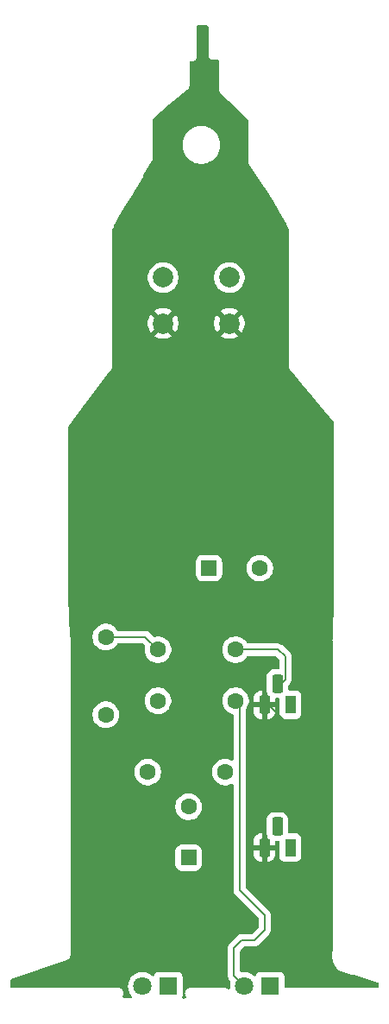
<source format=gbr>
%TF.GenerationSoftware,KiCad,Pcbnew,9.0.2*%
%TF.CreationDate,2025-07-02T03:30:09+03:00*%
%TF.ProjectId,solder submission,736f6c64-6572-4207-9375-626d69737369,rev?*%
%TF.SameCoordinates,Original*%
%TF.FileFunction,Copper,L2,Bot*%
%TF.FilePolarity,Positive*%
%FSLAX46Y46*%
G04 Gerber Fmt 4.6, Leading zero omitted, Abs format (unit mm)*
G04 Created by KiCad (PCBNEW 9.0.2) date 2025-07-02 03:30:09*
%MOMM*%
%LPD*%
G01*
G04 APERTURE LIST*
G04 Aperture macros list*
%AMRoundRect*
0 Rectangle with rounded corners*
0 $1 Rounding radius*
0 $2 $3 $4 $5 $6 $7 $8 $9 X,Y pos of 4 corners*
0 Add a 4 corners polygon primitive as box body*
4,1,4,$2,$3,$4,$5,$6,$7,$8,$9,$2,$3,0*
0 Add four circle primitives for the rounded corners*
1,1,$1+$1,$2,$3*
1,1,$1+$1,$4,$5*
1,1,$1+$1,$6,$7*
1,1,$1+$1,$8,$9*
0 Add four rect primitives between the rounded corners*
20,1,$1+$1,$2,$3,$4,$5,0*
20,1,$1+$1,$4,$5,$6,$7,0*
20,1,$1+$1,$6,$7,$8,$9,0*
20,1,$1+$1,$8,$9,$2,$3,0*%
G04 Aperture macros list end*
%TA.AperFunction,ComponentPad*%
%ADD10R,1.800000X1.800000*%
%TD*%
%TA.AperFunction,ComponentPad*%
%ADD11C,1.800000*%
%TD*%
%TA.AperFunction,ComponentPad*%
%ADD12C,2.000000*%
%TD*%
%TA.AperFunction,ComponentPad*%
%ADD13R,1.100000X1.800000*%
%TD*%
%TA.AperFunction,ComponentPad*%
%ADD14RoundRect,0.275000X0.275000X0.625000X-0.275000X0.625000X-0.275000X-0.625000X0.275000X-0.625000X0*%
%TD*%
%TA.AperFunction,ComponentPad*%
%ADD15C,1.600000*%
%TD*%
%TA.AperFunction,ComponentPad*%
%ADD16RoundRect,0.250000X0.550000X-0.550000X0.550000X0.550000X-0.550000X0.550000X-0.550000X-0.550000X0*%
%TD*%
%TA.AperFunction,ComponentPad*%
%ADD17RoundRect,0.250000X-0.550000X-0.550000X0.550000X-0.550000X0.550000X0.550000X-0.550000X0.550000X0*%
%TD*%
%TA.AperFunction,ViaPad*%
%ADD18C,0.600000*%
%TD*%
%TA.AperFunction,Conductor*%
%ADD19C,0.200000*%
%TD*%
G04 APERTURE END LIST*
D10*
%TO.P,D1,1,K*%
%TO.N,Net-(D1-K)*%
X119000000Y-150000000D03*
D11*
%TO.P,D1,2,A*%
%TO.N,Net-(D1-A)*%
X116460000Y-150000000D03*
%TD*%
D12*
%TO.P,SW1,1,1*%
%TO.N,GND*%
X125000000Y-85000000D03*
X118500000Y-85000000D03*
%TO.P,SW1,2,2*%
%TO.N,Net-(BT1--)*%
X125000000Y-80500000D03*
X118500000Y-80500000D03*
%TD*%
D10*
%TO.P,D2,1,K*%
%TO.N,Net-(D2-K)*%
X129000000Y-150000000D03*
D11*
%TO.P,D2,2,A*%
%TO.N,Net-(D2-A)*%
X126460000Y-150000000D03*
%TD*%
D13*
%TO.P,Q1,1,C*%
%TO.N,Net-(D1-K)*%
X131000000Y-136400000D03*
D14*
%TO.P,Q1,2,B*%
%TO.N,Net-(Q1-B)*%
X129730000Y-134330000D03*
%TO.P,Q1,3,E*%
%TO.N,GND*%
X128460000Y-136400000D03*
%TD*%
D15*
%TO.P,R1,1*%
%TO.N,+3V*%
X112870000Y-115750000D03*
%TO.P,R1,2*%
%TO.N,Net-(D1-A)*%
X112870000Y-123370000D03*
%TD*%
%TO.P,R4,1*%
%TO.N,+3V*%
X118000000Y-122000000D03*
%TO.P,R4,2*%
%TO.N,Net-(D2-A)*%
X125620000Y-122000000D03*
%TD*%
%TO.P,R3,1*%
%TO.N,+3V*%
X117000000Y-129000000D03*
%TO.P,R3,2*%
%TO.N,Net-(Q1-B)*%
X124620000Y-129000000D03*
%TD*%
D13*
%TO.P,Q2,1,C*%
%TO.N,Net-(D2-K)*%
X131000000Y-122400000D03*
D14*
%TO.P,Q2,2,B*%
%TO.N,Net-(Q2-B)*%
X129730000Y-120330000D03*
%TO.P,Q2,3,E*%
%TO.N,GND*%
X128460000Y-122400000D03*
%TD*%
D16*
%TO.P,C2,1*%
%TO.N,Net-(Q1-B)*%
X121000000Y-137402651D03*
D15*
%TO.P,C2,2*%
%TO.N,Net-(D2-K)*%
X121000000Y-132402651D03*
%TD*%
%TO.P,R2,1*%
%TO.N,+3V*%
X118000000Y-117000000D03*
%TO.P,R2,2*%
%TO.N,Net-(Q2-B)*%
X125620000Y-117000000D03*
%TD*%
D17*
%TO.P,C1,1*%
%TO.N,Net-(D1-K)*%
X123000000Y-109000000D03*
D15*
%TO.P,C1,2*%
%TO.N,Net-(Q2-B)*%
X128000000Y-109000000D03*
%TD*%
D18*
%TO.N,GND*%
X132000000Y-125000000D03*
%TD*%
D19*
%TO.N,+3V*%
X112870000Y-115750000D02*
X116750000Y-115750000D01*
X116750000Y-115750000D02*
X118000000Y-117000000D01*
%TO.N,Net-(Q2-B)*%
X130500000Y-119960000D02*
X129730000Y-120730000D01*
X125620000Y-117000000D02*
X129750000Y-117000000D01*
X130500000Y-117650000D02*
X130500000Y-119960000D01*
X129750000Y-117000000D02*
X130500000Y-117650000D01*
%TO.N,Net-(D2-A)*%
X125460000Y-146250000D02*
X126210000Y-145500000D01*
X128460000Y-143000000D02*
X126000000Y-140540000D01*
X126000000Y-122000000D02*
X125620000Y-122000000D01*
X127460000Y-145500000D02*
X128460000Y-144500000D01*
X128460000Y-144500000D02*
X128460000Y-143000000D01*
X126460000Y-150000000D02*
X125460000Y-149000000D01*
X126210000Y-145500000D02*
X127460000Y-145500000D01*
X125460000Y-149000000D02*
X125460000Y-146250000D01*
X126000000Y-140540000D02*
X126000000Y-122000000D01*
%TO.N,GND*%
X132000000Y-125000000D02*
X131460000Y-125000000D01*
X131460000Y-125000000D02*
X128460000Y-122000000D01*
X132000000Y-125000000D02*
X132000000Y-126557050D01*
X128460000Y-130097050D02*
X128460000Y-136000000D01*
X132000000Y-126557050D02*
X128460000Y-130097050D01*
%TD*%
%TA.AperFunction,Conductor*%
%TO.N,GND*%
G36*
X122882015Y-55788614D02*
G01*
X122927770Y-55841418D01*
X122938976Y-55892929D01*
X122938976Y-58736671D01*
X122973084Y-58863967D01*
X123006030Y-58921030D01*
X123038976Y-58978094D01*
X123132162Y-59071280D01*
X123246290Y-59137172D01*
X123373584Y-59171280D01*
X123505368Y-59171280D01*
X123888244Y-59171280D01*
X123955283Y-59190965D01*
X124001038Y-59243769D01*
X124012244Y-59295280D01*
X124012244Y-60300156D01*
X124012244Y-61997286D01*
X124011836Y-61998849D01*
X124012244Y-62063163D01*
X124012244Y-62127541D01*
X124012404Y-62128696D01*
X124012671Y-62130628D01*
X124029607Y-62192267D01*
X124029813Y-62193025D01*
X124046352Y-62254751D01*
X124047103Y-62256562D01*
X124047103Y-62256563D01*
X124047550Y-62257642D01*
X124079875Y-62312820D01*
X124080269Y-62313497D01*
X124112241Y-62368872D01*
X124112244Y-62368877D01*
X124112247Y-62368880D01*
X124113470Y-62370473D01*
X124113489Y-62370498D01*
X124114153Y-62371364D01*
X124114203Y-62371413D01*
X124159938Y-62416571D01*
X124205430Y-62462063D01*
X124206829Y-62462871D01*
X124917626Y-63164700D01*
X125588358Y-63826970D01*
X125588363Y-63826980D01*
X125588366Y-63826978D01*
X126837424Y-65060491D01*
X126871291Y-65121603D01*
X126874292Y-65148719D01*
X126874292Y-66948327D01*
X126874292Y-69092461D01*
X126870949Y-69109559D01*
X126874292Y-69158139D01*
X126874292Y-69206831D01*
X126875692Y-69212054D01*
X126878800Y-69223654D01*
X126879996Y-69241031D01*
X126895793Y-69287075D01*
X126896898Y-69291198D01*
X126908400Y-69334122D01*
X126911105Y-69338807D01*
X126917110Y-69349208D01*
X126922763Y-69365683D01*
X126949941Y-69406073D01*
X126952075Y-69409768D01*
X126952075Y-69409769D01*
X126974289Y-69448245D01*
X126974293Y-69448250D01*
X126978118Y-69452075D01*
X126993314Y-69470530D01*
X127483004Y-70198264D01*
X127484062Y-70199863D01*
X128146054Y-71217264D01*
X128147139Y-71218961D01*
X128711431Y-72117824D01*
X128712062Y-72118840D01*
X129288263Y-73056639D01*
X129289092Y-73058008D01*
X130152306Y-74504479D01*
X130153769Y-74506997D01*
X130564784Y-75233986D01*
X130567671Y-75239401D01*
X130688500Y-75480203D01*
X130691723Y-75487153D01*
X130772603Y-75676716D01*
X130841386Y-75837930D01*
X130862648Y-75887762D01*
X130872595Y-75936424D01*
X130872595Y-89243849D01*
X130872579Y-89245862D01*
X130872504Y-89250471D01*
X130869264Y-89286151D01*
X130871696Y-89300218D01*
X130871507Y-89311875D01*
X130871370Y-89312314D01*
X130871465Y-89313664D01*
X130870808Y-89335078D01*
X130871582Y-89342783D01*
X130872595Y-89350473D01*
X130887163Y-89404843D01*
X130888092Y-89408536D01*
X130900990Y-89463356D01*
X130904683Y-89470232D01*
X130906703Y-89477768D01*
X130935778Y-89528130D01*
X130936687Y-89529821D01*
X130936707Y-89529856D01*
X130937453Y-89531244D01*
X130963348Y-89579455D01*
X130968694Y-89585140D01*
X130972595Y-89591896D01*
X131013741Y-89633042D01*
X131015035Y-89634418D01*
X131053630Y-89675459D01*
X131057476Y-89678602D01*
X131059459Y-89679990D01*
X131065239Y-89684540D01*
X131065781Y-89685082D01*
X131066329Y-89685398D01*
X131072163Y-89689991D01*
X131072663Y-89690694D01*
X131090713Y-89708031D01*
X132135084Y-90961052D01*
X132622386Y-91545709D01*
X132624307Y-91548340D01*
X132669983Y-91602817D01*
X132670216Y-91603095D01*
X132715832Y-91657825D01*
X132718057Y-91660157D01*
X134333932Y-93587453D01*
X134827562Y-94176218D01*
X134827561Y-94176218D01*
X134834233Y-94184176D01*
X134835392Y-94186596D01*
X134876532Y-94234627D01*
X134876948Y-94235123D01*
X134918222Y-94284351D01*
X134926127Y-94292528D01*
X135253184Y-94674364D01*
X135281844Y-94738081D01*
X135283007Y-94755026D01*
X135283007Y-111687303D01*
X135282930Y-111691676D01*
X135133552Y-115924929D01*
X135132997Y-115940645D01*
X135130660Y-115949381D01*
X135130677Y-116006360D01*
X135130600Y-116008571D01*
X135128669Y-116063313D01*
X135129445Y-116071404D01*
X135129023Y-116071444D01*
X135130703Y-116086203D01*
X135139998Y-144940423D01*
X135140229Y-145658004D01*
X135135922Y-145690275D01*
X135140248Y-145723598D01*
X135140251Y-145731601D01*
X135140252Y-145731602D01*
X135140261Y-145757228D01*
X135140261Y-145757232D01*
X135146558Y-145780701D01*
X135149761Y-145796866D01*
X135165941Y-145921485D01*
X135166957Y-145935470D01*
X135169247Y-146078784D01*
X135169047Y-146088089D01*
X135159107Y-146256085D01*
X135158749Y-146260674D01*
X135147341Y-146378864D01*
X135147183Y-146379839D01*
X135140182Y-146453023D01*
X135140173Y-146453125D01*
X135133192Y-146525457D01*
X135133162Y-146526412D01*
X135125568Y-146605804D01*
X135120549Y-146630782D01*
X135120146Y-146632077D01*
X135118229Y-146680503D01*
X135117763Y-146687398D01*
X135113150Y-146735643D01*
X135113150Y-146735651D01*
X135113374Y-146736982D01*
X135114988Y-146762413D01*
X135108385Y-146929298D01*
X135107348Y-146955504D01*
X135101864Y-146985530D01*
X135104753Y-147021067D01*
X135104457Y-147028549D01*
X135103344Y-147056687D01*
X135103344Y-147056694D01*
X135108139Y-147077909D01*
X135110781Y-147095192D01*
X135123408Y-147250488D01*
X135124556Y-147264600D01*
X135123529Y-147303550D01*
X135129873Y-147330002D01*
X135130650Y-147339547D01*
X135130651Y-147339554D01*
X135132080Y-147357120D01*
X135132081Y-147357125D01*
X135142936Y-147387530D01*
X135146735Y-147400298D01*
X135183498Y-147553559D01*
X135183497Y-147553559D01*
X135184796Y-147558975D01*
X135191098Y-147601925D01*
X135200103Y-147622788D01*
X135202598Y-147633188D01*
X135205405Y-147644892D01*
X135205408Y-147644899D01*
X135223459Y-147678160D01*
X135228322Y-147688166D01*
X135286571Y-147823118D01*
X135286570Y-147823118D01*
X135289790Y-147830579D01*
X135298839Y-147862435D01*
X135315780Y-147890793D01*
X135319002Y-147898256D01*
X135319006Y-147898264D01*
X135328883Y-147921144D01*
X135328884Y-147921146D01*
X135333997Y-147927609D01*
X135344407Y-147940770D01*
X135353600Y-147954096D01*
X135361472Y-147967271D01*
X135370962Y-147986887D01*
X135374797Y-147996996D01*
X135374798Y-147996998D01*
X135397638Y-148028697D01*
X135403475Y-148037577D01*
X135423523Y-148071133D01*
X135431275Y-148078657D01*
X135445527Y-148095161D01*
X135449002Y-148099985D01*
X135460283Y-148119024D01*
X135464544Y-148127947D01*
X135464546Y-148127949D01*
X135490541Y-148158362D01*
X135493879Y-148162267D01*
X135520260Y-148198881D01*
X135536523Y-148212157D01*
X135543751Y-148220613D01*
X135543751Y-148220614D01*
X135543756Y-148220619D01*
X135550495Y-148228504D01*
X135563598Y-148247030D01*
X135567841Y-148254373D01*
X135567845Y-148254379D01*
X135597113Y-148283630D01*
X135603716Y-148290768D01*
X135630609Y-148322231D01*
X135630610Y-148322231D01*
X135630613Y-148322235D01*
X135637605Y-148327037D01*
X135655057Y-148341542D01*
X135699639Y-148386098D01*
X135702851Y-148389432D01*
X135739692Y-148429131D01*
X135739695Y-148429133D01*
X135739699Y-148429136D01*
X135747778Y-148434211D01*
X135754529Y-148440958D01*
X135803449Y-148469184D01*
X135838950Y-148491486D01*
X135851281Y-148499233D01*
X135858668Y-148502620D01*
X135858524Y-148502931D01*
X135861034Y-148504026D01*
X135861165Y-148503710D01*
X135868672Y-148506816D01*
X135868676Y-148506819D01*
X135921022Y-148520829D01*
X135925444Y-148522102D01*
X137043384Y-148866831D01*
X137046425Y-148868683D01*
X137106298Y-148886232D01*
X137165917Y-148904616D01*
X137165926Y-148904616D01*
X137166122Y-148904650D01*
X137180251Y-148907906D01*
X138332232Y-149245554D01*
X139574915Y-149611597D01*
X139596625Y-149625575D01*
X139620213Y-149636086D01*
X139625521Y-149644181D01*
X139633661Y-149649422D01*
X139644368Y-149672921D01*
X139658528Y-149694514D01*
X139660716Y-149708801D01*
X139662631Y-149713002D01*
X139663873Y-149729401D01*
X139664964Y-149847717D01*
X139664537Y-149859198D01*
X139647970Y-150057222D01*
X139622765Y-150122387D01*
X139566330Y-150163580D01*
X139524941Y-150170883D01*
X139429947Y-150171296D01*
X139403735Y-150167528D01*
X139403673Y-150167915D01*
X139387628Y-150165340D01*
X139387631Y-150165318D01*
X139380993Y-150164407D01*
X139380991Y-150164430D01*
X139372921Y-150163508D01*
X139321442Y-150164396D01*
X139319306Y-150164414D01*
X139319304Y-150164414D01*
X139302852Y-150163318D01*
X139294798Y-150162239D01*
X139237033Y-150162112D01*
X139233814Y-150162063D01*
X139176048Y-150160434D01*
X139167971Y-150161267D01*
X139167895Y-150160537D01*
X139154940Y-150161931D01*
X138146082Y-150159713D01*
X138137317Y-150159693D01*
X138136495Y-150159475D01*
X138071608Y-150159548D01*
X138071260Y-150159548D01*
X138071259Y-150159547D01*
X138000514Y-150159394D01*
X137996803Y-150159635D01*
X130629995Y-150168119D01*
X130629994Y-150168119D01*
X130617999Y-150168132D01*
X130600843Y-150164803D01*
X130552338Y-150168207D01*
X130548047Y-150168212D01*
X130548047Y-150168213D01*
X130524642Y-150168240D01*
X130457580Y-150148633D01*
X130411764Y-150095882D01*
X130400499Y-150044240D01*
X130400499Y-149052129D01*
X130400498Y-149052123D01*
X130398437Y-149032952D01*
X130394091Y-148992517D01*
X130379259Y-148952751D01*
X130343797Y-148857671D01*
X130343793Y-148857664D01*
X130257547Y-148742455D01*
X130257544Y-148742452D01*
X130142335Y-148656206D01*
X130142328Y-148656202D01*
X130007482Y-148605908D01*
X130007483Y-148605908D01*
X129947883Y-148599501D01*
X129947881Y-148599500D01*
X129947873Y-148599500D01*
X129947864Y-148599500D01*
X128052129Y-148599500D01*
X128052123Y-148599501D01*
X127992516Y-148605908D01*
X127857671Y-148656202D01*
X127857664Y-148656206D01*
X127742455Y-148742452D01*
X127742452Y-148742455D01*
X127656206Y-148857664D01*
X127656203Y-148857669D01*
X127626398Y-148937581D01*
X127584526Y-148993514D01*
X127519062Y-149017931D01*
X127450789Y-149003079D01*
X127422535Y-148981928D01*
X127372363Y-148931756D01*
X127372358Y-148931752D01*
X127194025Y-148802187D01*
X127194024Y-148802186D01*
X127194022Y-148802185D01*
X127122411Y-148765697D01*
X126997606Y-148702104D01*
X126997603Y-148702103D01*
X126787952Y-148633985D01*
X126659561Y-148613650D01*
X126570222Y-148599500D01*
X126349778Y-148599500D01*
X126285067Y-148609749D01*
X126203898Y-148622605D01*
X126134604Y-148613650D01*
X126081152Y-148568654D01*
X126060513Y-148501902D01*
X126060500Y-148500132D01*
X126060500Y-146550097D01*
X126080185Y-146483058D01*
X126096819Y-146462416D01*
X126422416Y-146136819D01*
X126483739Y-146103334D01*
X126510097Y-146100500D01*
X127373331Y-146100500D01*
X127373347Y-146100501D01*
X127380943Y-146100501D01*
X127539054Y-146100501D01*
X127539057Y-146100501D01*
X127691785Y-146059577D01*
X127763424Y-146018216D01*
X127828716Y-145980520D01*
X127940520Y-145868716D01*
X127940520Y-145868714D01*
X127950724Y-145858511D01*
X127950727Y-145858506D01*
X128940520Y-144868716D01*
X129019577Y-144731784D01*
X129060501Y-144579057D01*
X129060501Y-144420942D01*
X129060501Y-144413347D01*
X129060500Y-144413329D01*
X129060500Y-142920945D01*
X129060500Y-142920943D01*
X129019577Y-142768216D01*
X129019573Y-142768209D01*
X128940524Y-142631290D01*
X128940521Y-142631286D01*
X128940520Y-142631284D01*
X128828716Y-142519480D01*
X128828715Y-142519479D01*
X128824385Y-142515149D01*
X128824374Y-142515139D01*
X126636819Y-140327584D01*
X126603334Y-140266261D01*
X126600500Y-140239903D01*
X126600500Y-137068530D01*
X127410000Y-137068530D01*
X127424648Y-137198539D01*
X127482330Y-137363386D01*
X127575246Y-137511262D01*
X127698737Y-137634753D01*
X127846613Y-137727669D01*
X128011460Y-137785351D01*
X128141469Y-137799999D01*
X128141473Y-137800000D01*
X128210000Y-137800000D01*
X128710000Y-137800000D01*
X128778527Y-137800000D01*
X128778530Y-137799999D01*
X128908539Y-137785351D01*
X129073386Y-137727669D01*
X129221262Y-137634753D01*
X129344753Y-137511262D01*
X129437669Y-137363386D01*
X129495351Y-137198539D01*
X129509999Y-137068530D01*
X129510000Y-137068526D01*
X129510000Y-136650000D01*
X128710000Y-136650000D01*
X128710000Y-137800000D01*
X128210000Y-137800000D01*
X128210000Y-136650000D01*
X127410000Y-136650000D01*
X127410000Y-137068530D01*
X126600500Y-137068530D01*
X126600500Y-135731469D01*
X127410000Y-135731469D01*
X127410000Y-136150000D01*
X128113590Y-136150000D01*
X128159925Y-136230255D01*
X128229745Y-136300075D01*
X128315255Y-136349444D01*
X128410630Y-136375000D01*
X128509370Y-136375000D01*
X128604745Y-136349444D01*
X128690255Y-136300075D01*
X128760075Y-136230255D01*
X128806410Y-136150000D01*
X129510000Y-136150000D01*
X129510000Y-135854500D01*
X129512550Y-135845814D01*
X129511262Y-135836853D01*
X129522240Y-135812812D01*
X129529685Y-135787461D01*
X129536525Y-135781533D01*
X129540287Y-135773297D01*
X129562521Y-135759007D01*
X129582489Y-135741706D01*
X129593003Y-135739418D01*
X129599065Y-135735523D01*
X129634000Y-135730500D01*
X129825500Y-135730500D01*
X129892539Y-135750185D01*
X129938294Y-135802989D01*
X129949500Y-135854500D01*
X129949500Y-137347870D01*
X129949501Y-137347876D01*
X129955908Y-137407483D01*
X130006202Y-137542328D01*
X130006206Y-137542335D01*
X130092452Y-137657544D01*
X130092455Y-137657547D01*
X130207664Y-137743793D01*
X130207671Y-137743797D01*
X130342517Y-137794091D01*
X130342516Y-137794091D01*
X130349444Y-137794835D01*
X130402127Y-137800500D01*
X131597872Y-137800499D01*
X131657483Y-137794091D01*
X131792331Y-137743796D01*
X131907546Y-137657546D01*
X131993796Y-137542331D01*
X132044091Y-137407483D01*
X132050500Y-137347873D01*
X132050499Y-135452128D01*
X132044091Y-135392517D01*
X131993796Y-135257669D01*
X131993795Y-135257668D01*
X131993793Y-135257664D01*
X131907547Y-135142455D01*
X131907544Y-135142452D01*
X131792335Y-135056206D01*
X131792328Y-135056202D01*
X131657482Y-135005908D01*
X131657483Y-135005908D01*
X131597883Y-134999501D01*
X131597881Y-134999500D01*
X131597873Y-134999500D01*
X131597865Y-134999500D01*
X130904500Y-134999500D01*
X130837461Y-134979815D01*
X130791706Y-134927011D01*
X130780500Y-134875500D01*
X130780500Y-133661445D01*
X130780499Y-133661441D01*
X130765842Y-133531351D01*
X130765841Y-133531349D01*
X130765841Y-133531343D01*
X130708122Y-133366394D01*
X130615147Y-133218424D01*
X130491576Y-133094853D01*
X130343606Y-133001878D01*
X130343605Y-133001877D01*
X130343604Y-133001877D01*
X130178658Y-132944159D01*
X130178648Y-132944157D01*
X130048558Y-132929500D01*
X130048552Y-132929500D01*
X129411448Y-132929500D01*
X129411441Y-132929500D01*
X129281351Y-132944157D01*
X129281341Y-132944159D01*
X129116395Y-133001877D01*
X128968423Y-133094853D01*
X128844853Y-133218423D01*
X128751877Y-133366395D01*
X128694159Y-133531341D01*
X128694157Y-133531351D01*
X128679500Y-133661441D01*
X128679500Y-134998558D01*
X128694157Y-135128648D01*
X128694158Y-135128655D01*
X128694159Y-135128657D01*
X128703041Y-135154041D01*
X128710000Y-135194994D01*
X128710000Y-135719670D01*
X128690255Y-135699925D01*
X128604745Y-135650556D01*
X128509370Y-135625000D01*
X128410630Y-135625000D01*
X128315255Y-135650556D01*
X128229745Y-135699925D01*
X128210000Y-135719670D01*
X128210000Y-135000000D01*
X128141469Y-135000000D01*
X128011460Y-135014648D01*
X127846613Y-135072330D01*
X127698737Y-135165246D01*
X127575246Y-135288737D01*
X127482330Y-135436613D01*
X127424648Y-135601460D01*
X127410000Y-135731469D01*
X126600500Y-135731469D01*
X126600500Y-123068530D01*
X127410000Y-123068530D01*
X127424648Y-123198539D01*
X127482330Y-123363386D01*
X127575246Y-123511262D01*
X127698737Y-123634753D01*
X127846613Y-123727669D01*
X128011460Y-123785351D01*
X128141469Y-123799999D01*
X128141473Y-123800000D01*
X128210000Y-123800000D01*
X128710000Y-123800000D01*
X128778527Y-123800000D01*
X128778530Y-123799999D01*
X128908539Y-123785351D01*
X129073386Y-123727669D01*
X129221262Y-123634753D01*
X129344753Y-123511262D01*
X129437669Y-123363386D01*
X129495351Y-123198539D01*
X129509999Y-123068530D01*
X129510000Y-123068526D01*
X129510000Y-122650000D01*
X128710000Y-122650000D01*
X128710000Y-123800000D01*
X128210000Y-123800000D01*
X128210000Y-122650000D01*
X127410000Y-122650000D01*
X127410000Y-123068530D01*
X126600500Y-123068530D01*
X126600500Y-122903291D01*
X126620185Y-122836252D01*
X126624182Y-122830406D01*
X126675452Y-122759836D01*
X126732287Y-122681610D01*
X126825220Y-122499219D01*
X126888477Y-122304534D01*
X126920500Y-122102352D01*
X126920500Y-121897648D01*
X126902109Y-121781533D01*
X126896702Y-121747395D01*
X126888477Y-121695465D01*
X126825218Y-121500776D01*
X126791503Y-121434607D01*
X126732287Y-121318390D01*
X126710743Y-121288737D01*
X126611971Y-121152786D01*
X126467213Y-121008028D01*
X126301613Y-120887715D01*
X126301612Y-120887714D01*
X126301610Y-120887713D01*
X126244653Y-120858691D01*
X126119223Y-120794781D01*
X125924534Y-120731522D01*
X125749995Y-120703878D01*
X125722352Y-120699500D01*
X125517648Y-120699500D01*
X125493329Y-120703351D01*
X125315465Y-120731522D01*
X125120776Y-120794781D01*
X124938386Y-120887715D01*
X124772786Y-121008028D01*
X124628028Y-121152786D01*
X124507715Y-121318386D01*
X124414781Y-121500776D01*
X124351522Y-121695465D01*
X124319500Y-121897648D01*
X124319500Y-122102351D01*
X124351522Y-122304534D01*
X124414781Y-122499223D01*
X124507715Y-122681613D01*
X124628028Y-122847213D01*
X124772786Y-122991971D01*
X124878163Y-123068530D01*
X124938390Y-123112287D01*
X125120781Y-123205220D01*
X125313819Y-123267942D01*
X125371493Y-123307378D01*
X125398692Y-123371737D01*
X125399500Y-123385872D01*
X125399500Y-127735240D01*
X125379815Y-127802279D01*
X125327011Y-127848034D01*
X125257853Y-127857978D01*
X125219205Y-127845725D01*
X125119223Y-127794782D01*
X125119222Y-127794781D01*
X125119219Y-127794780D01*
X125039035Y-127768726D01*
X124924534Y-127731522D01*
X124749995Y-127703878D01*
X124722352Y-127699500D01*
X124517648Y-127699500D01*
X124493329Y-127703351D01*
X124315465Y-127731522D01*
X124120776Y-127794781D01*
X123938386Y-127887715D01*
X123772786Y-128008028D01*
X123628028Y-128152786D01*
X123507715Y-128318386D01*
X123414781Y-128500776D01*
X123351522Y-128695465D01*
X123319500Y-128897648D01*
X123319500Y-129102351D01*
X123351522Y-129304534D01*
X123414781Y-129499223D01*
X123507715Y-129681613D01*
X123628028Y-129847213D01*
X123772786Y-129991971D01*
X123927749Y-130104556D01*
X123938390Y-130112287D01*
X124047054Y-130167654D01*
X124120776Y-130205218D01*
X124120778Y-130205218D01*
X124120781Y-130205220D01*
X124180919Y-130224760D01*
X124315465Y-130268477D01*
X124416557Y-130284488D01*
X124517648Y-130300500D01*
X124517649Y-130300500D01*
X124722351Y-130300500D01*
X124722352Y-130300500D01*
X124924534Y-130268477D01*
X125119219Y-130205220D01*
X125119224Y-130205217D01*
X125119228Y-130205216D01*
X125219205Y-130154275D01*
X125287874Y-130141378D01*
X125352614Y-130167654D01*
X125392872Y-130224760D01*
X125399500Y-130264759D01*
X125399500Y-140453330D01*
X125399499Y-140453348D01*
X125399499Y-140619054D01*
X125399498Y-140619054D01*
X125440423Y-140771785D01*
X125469358Y-140821900D01*
X125469359Y-140821904D01*
X125469360Y-140821904D01*
X125519479Y-140908714D01*
X125519481Y-140908717D01*
X125638349Y-141027585D01*
X125638355Y-141027590D01*
X127823181Y-143212416D01*
X127856666Y-143273739D01*
X127859500Y-143300097D01*
X127859500Y-144199902D01*
X127839815Y-144266941D01*
X127823181Y-144287583D01*
X127247584Y-144863181D01*
X127186261Y-144896666D01*
X127159903Y-144899500D01*
X126289057Y-144899500D01*
X126130943Y-144899500D01*
X125978215Y-144940423D01*
X125978214Y-144940423D01*
X125978212Y-144940424D01*
X125978209Y-144940425D01*
X125928096Y-144969359D01*
X125928095Y-144969360D01*
X125884689Y-144994420D01*
X125841285Y-145019479D01*
X125841282Y-145019481D01*
X124979479Y-145881284D01*
X124960490Y-145914175D01*
X124952464Y-145928078D01*
X124900423Y-146018215D01*
X124859499Y-146170943D01*
X124859499Y-146170945D01*
X124859499Y-146339046D01*
X124859500Y-146339059D01*
X124859500Y-148913330D01*
X124859499Y-148913348D01*
X124859499Y-149079054D01*
X124859498Y-149079054D01*
X124900424Y-149231789D01*
X124900425Y-149231790D01*
X124919101Y-149264137D01*
X124919102Y-149264138D01*
X124979477Y-149368712D01*
X124979481Y-149368717D01*
X125086560Y-149475796D01*
X125120045Y-149537119D01*
X125116811Y-149601793D01*
X125093984Y-149672049D01*
X125065252Y-149853460D01*
X125059500Y-149889778D01*
X125059500Y-150110222D01*
X125061427Y-150122387D01*
X125066100Y-150151893D01*
X125063697Y-150170481D01*
X125066350Y-150189033D01*
X125059312Y-150204411D01*
X125057144Y-150221187D01*
X125045073Y-150235524D01*
X125037275Y-150252566D01*
X125023038Y-150261699D01*
X125012146Y-150274638D01*
X124994241Y-150280173D01*
X124978466Y-150290294D01*
X124961551Y-150290280D01*
X124945394Y-150295276D01*
X124927338Y-150290253D01*
X124908597Y-150290238D01*
X124886029Y-150278761D01*
X124878081Y-150276550D01*
X124876504Y-150275551D01*
X124868298Y-150270268D01*
X124866225Y-150268195D01*
X124855108Y-150261777D01*
X124852572Y-150260144D01*
X124851513Y-150258920D01*
X124839561Y-150250511D01*
X124832051Y-150244151D01*
X124795855Y-150227076D01*
X124786767Y-150222319D01*
X124752097Y-150202303D01*
X124752094Y-150202302D01*
X124752092Y-150202301D01*
X124752093Y-150202301D01*
X124742584Y-150199752D01*
X124742584Y-150199753D01*
X124731834Y-150196872D01*
X124712864Y-150187924D01*
X124668425Y-150179882D01*
X124663463Y-150178553D01*
X124663462Y-150178552D01*
X124624808Y-150168195D01*
X124624803Y-150168195D01*
X124614958Y-150168195D01*
X124592880Y-150166214D01*
X124583186Y-150164460D01*
X124543297Y-150167770D01*
X124533043Y-150168195D01*
X121508679Y-150168195D01*
X121392742Y-150168195D01*
X121171320Y-150168195D01*
X121123585Y-150164750D01*
X121105649Y-150168195D01*
X121087384Y-150168195D01*
X121045477Y-150179424D01*
X121036777Y-150181423D01*
X120994164Y-150189608D01*
X120988343Y-150192431D01*
X120966342Y-150200628D01*
X120960100Y-150202300D01*
X120960089Y-150202305D01*
X120922514Y-150223997D01*
X120922515Y-150223998D01*
X120918643Y-150226233D01*
X120875590Y-150247114D01*
X120861784Y-150259060D01*
X120851569Y-150264958D01*
X120851569Y-150264959D01*
X120845973Y-150268190D01*
X120845965Y-150268195D01*
X120815284Y-150298876D01*
X120808750Y-150304955D01*
X120775937Y-150333352D01*
X120775933Y-150333356D01*
X120772302Y-150338713D01*
X120765687Y-150348472D01*
X120752780Y-150361381D01*
X120728864Y-150402802D01*
X120726353Y-150406508D01*
X120726346Y-150406521D01*
X120702003Y-150442440D01*
X120700710Y-150446170D01*
X120699887Y-150448542D01*
X120690119Y-150469912D01*
X120686888Y-150475507D01*
X120675655Y-150517423D01*
X120675656Y-150517424D01*
X120674498Y-150521744D01*
X120658821Y-150566948D01*
X120657506Y-150585159D01*
X120654454Y-150596551D01*
X120654454Y-150596553D01*
X120652780Y-150602798D01*
X120652780Y-150646189D01*
X120652458Y-150655114D01*
X120649335Y-150698389D01*
X120650554Y-150704735D01*
X120650554Y-150704738D01*
X120652780Y-150716328D01*
X120652780Y-150734587D01*
X120665161Y-150780796D01*
X120666004Y-150785183D01*
X120666008Y-150785199D01*
X120674193Y-150827810D01*
X120682161Y-150844240D01*
X120686888Y-150861881D01*
X120710815Y-150903324D01*
X120712763Y-150907341D01*
X120712763Y-150907342D01*
X120724256Y-150931038D01*
X120729492Y-150941835D01*
X120731698Y-150946382D01*
X120731701Y-150946388D01*
X120735926Y-150951270D01*
X120740116Y-150956381D01*
X120745314Y-150963078D01*
X120752780Y-150976009D01*
X120764264Y-150987493D01*
X120769039Y-150993645D01*
X120779085Y-151019210D01*
X120792249Y-151043317D01*
X120791680Y-151051260D01*
X120794594Y-151058673D01*
X120789224Y-151085610D01*
X120787265Y-151113009D01*
X120782491Y-151119385D01*
X120780935Y-151127195D01*
X120761853Y-151146953D01*
X120745393Y-151168942D01*
X120737652Y-151172014D01*
X120732399Y-151177454D01*
X120711565Y-151182368D01*
X120685071Y-151192884D01*
X120513695Y-151212340D01*
X120488147Y-151212591D01*
X120484548Y-151212254D01*
X120419635Y-151186405D01*
X120379003Y-151129565D01*
X120375550Y-151059781D01*
X120379923Y-151045467D01*
X120394091Y-151007483D01*
X120400500Y-150947873D01*
X120400499Y-149052128D01*
X120394091Y-148992517D01*
X120379259Y-148952751D01*
X120343797Y-148857671D01*
X120343793Y-148857664D01*
X120257547Y-148742455D01*
X120257544Y-148742452D01*
X120142335Y-148656206D01*
X120142328Y-148656202D01*
X120007482Y-148605908D01*
X120007483Y-148605908D01*
X119947883Y-148599501D01*
X119947881Y-148599500D01*
X119947873Y-148599500D01*
X119947864Y-148599500D01*
X118052129Y-148599500D01*
X118052123Y-148599501D01*
X117992516Y-148605908D01*
X117857671Y-148656202D01*
X117857664Y-148656206D01*
X117742455Y-148742452D01*
X117742452Y-148742455D01*
X117656206Y-148857664D01*
X117656203Y-148857669D01*
X117626398Y-148937581D01*
X117584526Y-148993514D01*
X117519062Y-149017931D01*
X117450789Y-149003079D01*
X117422535Y-148981928D01*
X117372363Y-148931756D01*
X117372358Y-148931752D01*
X117194025Y-148802187D01*
X117194024Y-148802186D01*
X117194022Y-148802185D01*
X117122411Y-148765697D01*
X116997606Y-148702104D01*
X116997603Y-148702103D01*
X116787952Y-148633985D01*
X116659561Y-148613650D01*
X116570222Y-148599500D01*
X116349778Y-148599500D01*
X116277201Y-148610995D01*
X116132047Y-148633985D01*
X115922396Y-148702103D01*
X115922393Y-148702104D01*
X115725974Y-148802187D01*
X115547641Y-148931752D01*
X115547636Y-148931756D01*
X115391756Y-149087636D01*
X115391752Y-149087641D01*
X115262187Y-149265974D01*
X115162104Y-149462393D01*
X115162103Y-149462396D01*
X115093985Y-149672047D01*
X115065252Y-149853460D01*
X115059500Y-149889778D01*
X115059500Y-150110222D01*
X115072074Y-150189608D01*
X115093985Y-150327952D01*
X115162103Y-150537603D01*
X115162104Y-150537606D01*
X115208539Y-150628737D01*
X115251785Y-150713612D01*
X115262187Y-150734025D01*
X115391752Y-150912358D01*
X115391756Y-150912363D01*
X115441416Y-150962023D01*
X115474901Y-151023346D01*
X115469917Y-151093038D01*
X115428045Y-151148971D01*
X115362581Y-151173388D01*
X115352905Y-151173701D01*
X115039830Y-151171605D01*
X115034301Y-151171445D01*
X114646079Y-151151510D01*
X114619594Y-151142233D01*
X114592219Y-151136069D01*
X114587065Y-151130839D01*
X114580137Y-151128413D01*
X114562871Y-151106290D01*
X114543175Y-151086304D01*
X114541667Y-151079119D01*
X114537150Y-151073332D01*
X114534586Y-151045386D01*
X114528822Y-151017925D01*
X114531127Y-151007685D01*
X114530767Y-151003755D01*
X114536575Y-150983493D01*
X114537307Y-150981571D01*
X114537311Y-150981567D01*
X114547913Y-150953761D01*
X114553779Y-150940703D01*
X114567510Y-150914326D01*
X114573841Y-150885764D01*
X114584264Y-150858431D01*
X114588040Y-150821709D01*
X114596031Y-150785665D01*
X114595661Y-150777201D01*
X114599769Y-150739691D01*
X114601139Y-150734581D01*
X114601139Y-150700717D01*
X114601790Y-150688029D01*
X114605175Y-150655114D01*
X114605254Y-150654350D01*
X114603567Y-150643855D01*
X114602709Y-150638507D01*
X114601139Y-150618839D01*
X114601139Y-150602799D01*
X114601139Y-150602798D01*
X114601139Y-150602797D01*
X114590729Y-150563947D01*
X114584349Y-150524235D01*
X114573745Y-150500560D01*
X114567031Y-150475503D01*
X114551465Y-150448542D01*
X114550096Y-150446170D01*
X114550096Y-150446171D01*
X114546917Y-150440665D01*
X114530479Y-150403964D01*
X114514110Y-150383842D01*
X114509159Y-150375266D01*
X114501141Y-150361378D01*
X114501137Y-150361373D01*
X114477201Y-150337437D01*
X114468690Y-150328007D01*
X114468644Y-150327951D01*
X114447317Y-150301733D01*
X114447315Y-150301731D01*
X114434312Y-150292328D01*
X114434312Y-150292327D01*
X114426289Y-150286525D01*
X114407953Y-150268189D01*
X114373124Y-150248080D01*
X114367972Y-150244354D01*
X114367967Y-150244351D01*
X114340529Y-150224510D01*
X114340527Y-150224509D01*
X114331815Y-150221187D01*
X114325535Y-150218792D01*
X114307723Y-150210320D01*
X114293826Y-150202297D01*
X114261116Y-150193531D01*
X114261116Y-150193532D01*
X114254972Y-150191885D01*
X114217393Y-150177557D01*
X114191589Y-150174902D01*
X114182027Y-150172340D01*
X114166533Y-150168189D01*
X114166531Y-150168189D01*
X114126309Y-150168189D01*
X114086300Y-150164074D01*
X114060688Y-150168189D01*
X103624500Y-150168189D01*
X103557461Y-150148504D01*
X103511706Y-150095700D01*
X103500500Y-150044189D01*
X103500500Y-149443684D01*
X103520185Y-149376645D01*
X103572989Y-149330890D01*
X103583678Y-149326596D01*
X109048708Y-147421857D01*
X109094568Y-147409570D01*
X109110717Y-147400245D01*
X109121774Y-147396392D01*
X109128325Y-147394109D01*
X109163806Y-147369981D01*
X109171515Y-147365144D01*
X109208696Y-147343678D01*
X109213604Y-147338770D01*
X109221883Y-147330490D01*
X109237302Y-147320007D01*
X109268313Y-147284060D01*
X109301882Y-147250492D01*
X109311206Y-147234342D01*
X109323386Y-147220224D01*
X109344035Y-147177480D01*
X109367774Y-147136364D01*
X109369570Y-147129660D01*
X109377694Y-147107807D01*
X109380712Y-147101561D01*
X109389596Y-147054920D01*
X109401882Y-147009070D01*
X109401882Y-146990426D01*
X109402815Y-146985530D01*
X109404073Y-146978927D01*
X109404073Y-146978926D01*
X109405372Y-146972109D01*
X109402217Y-146929298D01*
X109401882Y-146920184D01*
X109401882Y-136802634D01*
X119699500Y-136802634D01*
X119699500Y-138002652D01*
X119699501Y-138002669D01*
X119710000Y-138105447D01*
X119710001Y-138105450D01*
X119765185Y-138271982D01*
X119765186Y-138271985D01*
X119857288Y-138421307D01*
X119981344Y-138545363D01*
X120130666Y-138637465D01*
X120297203Y-138692650D01*
X120399991Y-138703151D01*
X121600008Y-138703150D01*
X121702797Y-138692650D01*
X121869334Y-138637465D01*
X122018656Y-138545363D01*
X122142712Y-138421307D01*
X122234814Y-138271985D01*
X122289999Y-138105448D01*
X122300500Y-138002660D01*
X122300499Y-136802643D01*
X122289999Y-136699854D01*
X122234814Y-136533317D01*
X122142712Y-136383995D01*
X122018656Y-136259939D01*
X121869334Y-136167837D01*
X121702797Y-136112652D01*
X121702795Y-136112651D01*
X121600010Y-136102151D01*
X120399998Y-136102151D01*
X120399981Y-136102152D01*
X120297203Y-136112651D01*
X120297200Y-136112652D01*
X120130668Y-136167836D01*
X120130663Y-136167838D01*
X119981342Y-136259940D01*
X119857289Y-136383993D01*
X119765187Y-136533314D01*
X119765186Y-136533317D01*
X119710001Y-136699854D01*
X119710001Y-136699855D01*
X119710000Y-136699855D01*
X119699500Y-136802634D01*
X109401882Y-136802634D01*
X109401882Y-132300299D01*
X119699500Y-132300299D01*
X119699500Y-132505002D01*
X119731522Y-132707185D01*
X119794781Y-132901874D01*
X119887715Y-133084264D01*
X120008028Y-133249864D01*
X120152786Y-133394622D01*
X120307749Y-133507207D01*
X120318390Y-133514938D01*
X120434607Y-133574154D01*
X120500776Y-133607869D01*
X120500778Y-133607869D01*
X120500781Y-133607871D01*
X120605137Y-133641778D01*
X120695465Y-133671128D01*
X120796557Y-133687139D01*
X120897648Y-133703151D01*
X120897649Y-133703151D01*
X121102351Y-133703151D01*
X121102352Y-133703151D01*
X121304534Y-133671128D01*
X121499219Y-133607871D01*
X121681610Y-133514938D01*
X121774590Y-133447383D01*
X121847213Y-133394622D01*
X121847215Y-133394619D01*
X121847219Y-133394617D01*
X121991966Y-133249870D01*
X121991968Y-133249866D01*
X121991971Y-133249864D01*
X122044732Y-133177241D01*
X122112287Y-133084261D01*
X122205220Y-132901870D01*
X122268477Y-132707185D01*
X122300500Y-132505003D01*
X122300500Y-132300299D01*
X122268477Y-132098117D01*
X122205220Y-131903432D01*
X122205218Y-131903429D01*
X122205218Y-131903427D01*
X122171503Y-131837258D01*
X122112287Y-131721041D01*
X122104556Y-131710400D01*
X121991971Y-131555437D01*
X121847213Y-131410679D01*
X121681613Y-131290366D01*
X121681612Y-131290365D01*
X121681610Y-131290364D01*
X121624653Y-131261342D01*
X121499223Y-131197432D01*
X121304534Y-131134173D01*
X121129995Y-131106529D01*
X121102352Y-131102151D01*
X120897648Y-131102151D01*
X120873329Y-131106002D01*
X120695465Y-131134173D01*
X120500776Y-131197432D01*
X120318386Y-131290366D01*
X120152786Y-131410679D01*
X120008028Y-131555437D01*
X119887715Y-131721037D01*
X119794781Y-131903427D01*
X119731522Y-132098116D01*
X119699500Y-132300299D01*
X109401882Y-132300299D01*
X109401882Y-131508389D01*
X109401896Y-131508178D01*
X109401896Y-128897648D01*
X115699500Y-128897648D01*
X115699500Y-129102351D01*
X115731522Y-129304534D01*
X115794781Y-129499223D01*
X115887715Y-129681613D01*
X116008028Y-129847213D01*
X116152786Y-129991971D01*
X116307749Y-130104556D01*
X116318390Y-130112287D01*
X116427054Y-130167654D01*
X116500776Y-130205218D01*
X116500778Y-130205218D01*
X116500781Y-130205220D01*
X116560919Y-130224760D01*
X116695465Y-130268477D01*
X116796557Y-130284488D01*
X116897648Y-130300500D01*
X116897649Y-130300500D01*
X117102351Y-130300500D01*
X117102352Y-130300500D01*
X117304534Y-130268477D01*
X117499219Y-130205220D01*
X117681610Y-130112287D01*
X117774590Y-130044732D01*
X117847213Y-129991971D01*
X117847215Y-129991968D01*
X117847219Y-129991966D01*
X117991966Y-129847219D01*
X117991968Y-129847215D01*
X117991971Y-129847213D01*
X118044732Y-129774590D01*
X118112287Y-129681610D01*
X118205220Y-129499219D01*
X118268477Y-129304534D01*
X118300500Y-129102352D01*
X118300500Y-128897648D01*
X118268477Y-128695466D01*
X118205220Y-128500781D01*
X118205218Y-128500778D01*
X118205218Y-128500776D01*
X118171503Y-128434607D01*
X118112287Y-128318390D01*
X118104556Y-128307749D01*
X117991971Y-128152786D01*
X117847213Y-128008028D01*
X117681613Y-127887715D01*
X117681612Y-127887714D01*
X117681610Y-127887713D01*
X117599204Y-127845725D01*
X117499223Y-127794781D01*
X117304534Y-127731522D01*
X117129995Y-127703878D01*
X117102352Y-127699500D01*
X116897648Y-127699500D01*
X116873329Y-127703351D01*
X116695465Y-127731522D01*
X116500776Y-127794781D01*
X116318386Y-127887715D01*
X116152786Y-128008028D01*
X116008028Y-128152786D01*
X115887715Y-128318386D01*
X115794781Y-128500776D01*
X115731522Y-128695465D01*
X115699500Y-128897648D01*
X109401896Y-128897648D01*
X109401896Y-123267648D01*
X111569500Y-123267648D01*
X111569500Y-123472351D01*
X111601522Y-123674534D01*
X111664781Y-123869223D01*
X111757715Y-124051613D01*
X111878028Y-124217213D01*
X112022786Y-124361971D01*
X112177749Y-124474556D01*
X112188390Y-124482287D01*
X112304607Y-124541503D01*
X112370776Y-124575218D01*
X112370778Y-124575218D01*
X112370781Y-124575220D01*
X112475137Y-124609127D01*
X112565465Y-124638477D01*
X112666557Y-124654488D01*
X112767648Y-124670500D01*
X112767649Y-124670500D01*
X112972351Y-124670500D01*
X112972352Y-124670500D01*
X113174534Y-124638477D01*
X113369219Y-124575220D01*
X113551610Y-124482287D01*
X113644590Y-124414732D01*
X113717213Y-124361971D01*
X113717215Y-124361968D01*
X113717219Y-124361966D01*
X113861966Y-124217219D01*
X113861968Y-124217215D01*
X113861971Y-124217213D01*
X113914732Y-124144590D01*
X113982287Y-124051610D01*
X114075220Y-123869219D01*
X114138477Y-123674534D01*
X114170500Y-123472352D01*
X114170500Y-123267648D01*
X114138477Y-123065466D01*
X114075220Y-122870781D01*
X114075218Y-122870778D01*
X114075218Y-122870776D01*
X114041503Y-122804607D01*
X113982287Y-122688390D01*
X113974556Y-122677749D01*
X113861971Y-122522786D01*
X113717213Y-122378028D01*
X113551613Y-122257715D01*
X113551612Y-122257714D01*
X113551610Y-122257713D01*
X113494653Y-122228691D01*
X113369223Y-122164781D01*
X113174534Y-122101522D01*
X112999995Y-122073878D01*
X112972352Y-122069500D01*
X112767648Y-122069500D01*
X112743329Y-122073351D01*
X112565465Y-122101522D01*
X112370776Y-122164781D01*
X112188386Y-122257715D01*
X112022786Y-122378028D01*
X111878028Y-122522786D01*
X111757715Y-122688386D01*
X111664781Y-122870776D01*
X111601522Y-123065465D01*
X111569500Y-123267648D01*
X109401896Y-123267648D01*
X109401896Y-121897648D01*
X116699500Y-121897648D01*
X116699500Y-122102351D01*
X116731522Y-122304534D01*
X116794781Y-122499223D01*
X116887715Y-122681613D01*
X117008028Y-122847213D01*
X117152786Y-122991971D01*
X117258163Y-123068530D01*
X117318390Y-123112287D01*
X117434607Y-123171503D01*
X117500776Y-123205218D01*
X117500778Y-123205218D01*
X117500781Y-123205220D01*
X117605137Y-123239127D01*
X117695465Y-123268477D01*
X117779494Y-123281786D01*
X117897648Y-123300500D01*
X117897649Y-123300500D01*
X118102351Y-123300500D01*
X118102352Y-123300500D01*
X118304534Y-123268477D01*
X118499219Y-123205220D01*
X118681610Y-123112287D01*
X118774590Y-123044732D01*
X118847213Y-122991971D01*
X118847215Y-122991968D01*
X118847219Y-122991966D01*
X118991966Y-122847219D01*
X118991968Y-122847215D01*
X118991971Y-122847213D01*
X119044732Y-122774590D01*
X119112287Y-122681610D01*
X119205220Y-122499219D01*
X119268477Y-122304534D01*
X119300500Y-122102352D01*
X119300500Y-121897648D01*
X119282109Y-121781533D01*
X119268477Y-121695465D01*
X119205218Y-121500776D01*
X119171503Y-121434607D01*
X119112287Y-121318390D01*
X119090743Y-121288737D01*
X118991971Y-121152786D01*
X118847213Y-121008028D01*
X118681613Y-120887715D01*
X118681612Y-120887714D01*
X118681610Y-120887713D01*
X118624653Y-120858691D01*
X118499223Y-120794781D01*
X118304534Y-120731522D01*
X118129995Y-120703878D01*
X118102352Y-120699500D01*
X117897648Y-120699500D01*
X117873329Y-120703351D01*
X117695465Y-120731522D01*
X117500776Y-120794781D01*
X117318386Y-120887715D01*
X117152786Y-121008028D01*
X117008028Y-121152786D01*
X116887715Y-121318386D01*
X116794781Y-121500776D01*
X116731522Y-121695465D01*
X116699500Y-121897648D01*
X109401896Y-121897648D01*
X109401896Y-116069897D01*
X109404298Y-116059057D01*
X109401896Y-116004173D01*
X109401896Y-115949220D01*
X109401895Y-115949219D01*
X109400835Y-115941163D01*
X109400925Y-115941151D01*
X109398427Y-115924929D01*
X109396798Y-115887715D01*
X109386291Y-115647648D01*
X111569500Y-115647648D01*
X111569500Y-115852351D01*
X111601522Y-116054534D01*
X111664781Y-116249223D01*
X111716385Y-116350500D01*
X111756704Y-116429630D01*
X111757715Y-116431613D01*
X111878028Y-116597213D01*
X112022786Y-116741971D01*
X112177749Y-116854556D01*
X112188390Y-116862287D01*
X112304607Y-116921503D01*
X112370776Y-116955218D01*
X112370778Y-116955218D01*
X112370781Y-116955220D01*
X112475137Y-116989127D01*
X112565465Y-117018477D01*
X112666557Y-117034488D01*
X112767648Y-117050500D01*
X112767649Y-117050500D01*
X112972351Y-117050500D01*
X112972352Y-117050500D01*
X113174534Y-117018477D01*
X113369219Y-116955220D01*
X113551610Y-116862287D01*
X113644590Y-116794732D01*
X113717213Y-116741971D01*
X113717215Y-116741968D01*
X113717219Y-116741966D01*
X113861966Y-116597219D01*
X113861968Y-116597215D01*
X113861971Y-116597213D01*
X113982284Y-116431614D01*
X113982285Y-116431613D01*
X113982287Y-116431610D01*
X113989117Y-116418204D01*
X114037091Y-116367409D01*
X114099602Y-116350500D01*
X116449903Y-116350500D01*
X116479343Y-116359144D01*
X116509330Y-116365668D01*
X116514345Y-116369422D01*
X116516942Y-116370185D01*
X116537584Y-116386819D01*
X116705922Y-116555157D01*
X116739407Y-116616480D01*
X116736173Y-116681155D01*
X116731522Y-116695468D01*
X116699500Y-116897648D01*
X116699500Y-117102351D01*
X116731522Y-117304534D01*
X116794781Y-117499223D01*
X116887715Y-117681613D01*
X117008028Y-117847213D01*
X117152786Y-117991971D01*
X117307749Y-118104556D01*
X117318390Y-118112287D01*
X117434607Y-118171503D01*
X117500776Y-118205218D01*
X117500778Y-118205218D01*
X117500781Y-118205220D01*
X117605137Y-118239127D01*
X117695465Y-118268477D01*
X117796557Y-118284488D01*
X117897648Y-118300500D01*
X117897649Y-118300500D01*
X118102351Y-118300500D01*
X118102352Y-118300500D01*
X118304534Y-118268477D01*
X118499219Y-118205220D01*
X118681610Y-118112287D01*
X118774590Y-118044732D01*
X118847213Y-117991971D01*
X118847215Y-117991968D01*
X118847219Y-117991966D01*
X118991966Y-117847219D01*
X118991968Y-117847215D01*
X118991971Y-117847213D01*
X119044732Y-117774590D01*
X119112287Y-117681610D01*
X119205220Y-117499219D01*
X119268477Y-117304534D01*
X119300500Y-117102352D01*
X119300500Y-116897648D01*
X124319500Y-116897648D01*
X124319500Y-117102351D01*
X124351522Y-117304534D01*
X124414781Y-117499223D01*
X124507715Y-117681613D01*
X124628028Y-117847213D01*
X124772786Y-117991971D01*
X124927749Y-118104556D01*
X124938390Y-118112287D01*
X125054607Y-118171503D01*
X125120776Y-118205218D01*
X125120778Y-118205218D01*
X125120781Y-118205220D01*
X125225137Y-118239127D01*
X125315465Y-118268477D01*
X125416557Y-118284488D01*
X125517648Y-118300500D01*
X125517649Y-118300500D01*
X125722351Y-118300500D01*
X125722352Y-118300500D01*
X125924534Y-118268477D01*
X126119219Y-118205220D01*
X126301610Y-118112287D01*
X126394590Y-118044732D01*
X126467213Y-117991971D01*
X126467215Y-117991968D01*
X126467219Y-117991966D01*
X126611966Y-117847219D01*
X126611968Y-117847215D01*
X126611971Y-117847213D01*
X126732284Y-117681614D01*
X126732285Y-117681613D01*
X126732287Y-117681610D01*
X126739117Y-117668204D01*
X126787091Y-117617409D01*
X126849602Y-117600500D01*
X129479739Y-117600500D01*
X129546778Y-117620185D01*
X129560950Y-117630795D01*
X129856711Y-117887121D01*
X129894480Y-117945902D01*
X129899500Y-117980826D01*
X129899500Y-118805500D01*
X129879815Y-118872539D01*
X129827011Y-118918294D01*
X129775500Y-118929500D01*
X129411441Y-118929500D01*
X129281351Y-118944157D01*
X129281341Y-118944159D01*
X129116395Y-119001877D01*
X128968423Y-119094853D01*
X128844853Y-119218423D01*
X128751877Y-119366395D01*
X128694159Y-119531341D01*
X128694157Y-119531351D01*
X128679500Y-119661441D01*
X128679500Y-120998558D01*
X128694157Y-121128648D01*
X128694158Y-121128655D01*
X128694159Y-121128657D01*
X128703041Y-121154041D01*
X128710000Y-121194994D01*
X128710000Y-121719670D01*
X128690255Y-121699925D01*
X128604745Y-121650556D01*
X128509370Y-121625000D01*
X128410630Y-121625000D01*
X128315255Y-121650556D01*
X128229745Y-121699925D01*
X128210000Y-121719670D01*
X128210000Y-121000000D01*
X128141469Y-121000000D01*
X128011460Y-121014648D01*
X127846613Y-121072330D01*
X127698737Y-121165246D01*
X127575246Y-121288737D01*
X127482330Y-121436613D01*
X127424648Y-121601460D01*
X127410000Y-121731469D01*
X127410000Y-122150000D01*
X128113590Y-122150000D01*
X128159925Y-122230255D01*
X128229745Y-122300075D01*
X128315255Y-122349444D01*
X128410630Y-122375000D01*
X128509370Y-122375000D01*
X128604745Y-122349444D01*
X128690255Y-122300075D01*
X128760075Y-122230255D01*
X128806410Y-122150000D01*
X129510000Y-122150000D01*
X129510000Y-121854500D01*
X129512550Y-121845814D01*
X129511262Y-121836853D01*
X129522240Y-121812812D01*
X129529685Y-121787461D01*
X129536525Y-121781533D01*
X129540287Y-121773297D01*
X129562521Y-121759007D01*
X129582489Y-121741706D01*
X129593003Y-121739418D01*
X129599065Y-121735523D01*
X129634000Y-121730500D01*
X129825500Y-121730500D01*
X129892539Y-121750185D01*
X129938294Y-121802989D01*
X129949500Y-121854500D01*
X129949500Y-123347870D01*
X129949501Y-123347876D01*
X129955908Y-123407483D01*
X130006202Y-123542328D01*
X130006206Y-123542335D01*
X130092452Y-123657544D01*
X130092455Y-123657547D01*
X130207664Y-123743793D01*
X130207671Y-123743797D01*
X130342517Y-123794091D01*
X130342516Y-123794091D01*
X130349444Y-123794835D01*
X130402127Y-123800500D01*
X131597872Y-123800499D01*
X131657483Y-123794091D01*
X131792331Y-123743796D01*
X131907546Y-123657546D01*
X131993796Y-123542331D01*
X132044091Y-123407483D01*
X132050500Y-123347873D01*
X132050499Y-121452128D01*
X132044091Y-121392517D01*
X132016443Y-121318390D01*
X131993797Y-121257671D01*
X131993793Y-121257664D01*
X131907547Y-121142455D01*
X131907544Y-121142452D01*
X131792335Y-121056206D01*
X131792328Y-121056202D01*
X131657482Y-121005908D01*
X131657483Y-121005908D01*
X131597883Y-120999501D01*
X131597881Y-120999500D01*
X131597873Y-120999500D01*
X131597865Y-120999500D01*
X130904500Y-120999500D01*
X130837461Y-120979815D01*
X130791706Y-120927011D01*
X130780500Y-120875500D01*
X130780500Y-120580097D01*
X130789143Y-120550659D01*
X130795667Y-120520671D01*
X130799422Y-120515654D01*
X130800185Y-120513058D01*
X130816818Y-120492417D01*
X130858503Y-120450731D01*
X130858508Y-120450727D01*
X130868714Y-120440520D01*
X130868716Y-120440520D01*
X130980520Y-120328716D01*
X131059577Y-120191784D01*
X131100500Y-120039057D01*
X131100500Y-117707371D01*
X131104607Y-117686073D01*
X131100500Y-117628573D01*
X131100500Y-117570943D01*
X131097954Y-117561441D01*
X131094043Y-117538178D01*
X131093342Y-117528360D01*
X131075939Y-117478061D01*
X131075939Y-117478060D01*
X131074490Y-117473873D01*
X131059577Y-117418216D01*
X131048734Y-117399436D01*
X131044860Y-117388239D01*
X131044858Y-117388235D01*
X131041640Y-117378934D01*
X131041639Y-117378932D01*
X131011815Y-117334861D01*
X131009338Y-117331200D01*
X130980520Y-117281284D01*
X130965182Y-117265946D01*
X130958542Y-117256133D01*
X130953033Y-117247991D01*
X130953031Y-117247989D01*
X130953029Y-117247986D01*
X130912821Y-117213139D01*
X130906350Y-117207114D01*
X130868719Y-117169482D01*
X130860186Y-117164555D01*
X130840981Y-117150877D01*
X130162817Y-116563136D01*
X130159479Y-116560243D01*
X130118716Y-116519480D01*
X130099929Y-116508633D01*
X130083543Y-116494432D01*
X130083541Y-116494430D01*
X130035678Y-116471175D01*
X130031704Y-116469244D01*
X129981784Y-116440423D01*
X129960835Y-116434809D01*
X129954251Y-116431610D01*
X129950178Y-116429631D01*
X129950177Y-116429630D01*
X129941325Y-116425330D01*
X129889065Y-116415251D01*
X129889065Y-116415252D01*
X129884717Y-116414413D01*
X129829057Y-116399500D01*
X129807373Y-116399500D01*
X129795741Y-116397257D01*
X129795740Y-116397257D01*
X129786073Y-116395392D01*
X129732984Y-116399185D01*
X129724150Y-116399500D01*
X126849602Y-116399500D01*
X126782563Y-116379815D01*
X126739117Y-116331795D01*
X126732284Y-116318385D01*
X126611971Y-116152786D01*
X126467213Y-116008028D01*
X126301613Y-115887715D01*
X126301612Y-115887714D01*
X126301610Y-115887713D01*
X126232208Y-115852351D01*
X126119223Y-115794781D01*
X125924534Y-115731522D01*
X125749995Y-115703878D01*
X125722352Y-115699500D01*
X125517648Y-115699500D01*
X125493329Y-115703351D01*
X125315465Y-115731522D01*
X125120776Y-115794781D01*
X124938386Y-115887715D01*
X124772786Y-116008028D01*
X124628028Y-116152786D01*
X124507715Y-116318386D01*
X124414781Y-116500776D01*
X124351522Y-116695465D01*
X124319500Y-116897648D01*
X119300500Y-116897648D01*
X119268477Y-116695466D01*
X119205220Y-116500781D01*
X119205218Y-116500778D01*
X119205218Y-116500776D01*
X119161215Y-116414416D01*
X119112287Y-116318390D01*
X119062032Y-116249219D01*
X118991971Y-116152786D01*
X118847213Y-116008028D01*
X118681613Y-115887715D01*
X118681612Y-115887714D01*
X118681610Y-115887713D01*
X118612208Y-115852351D01*
X118499223Y-115794781D01*
X118304534Y-115731522D01*
X118129995Y-115703878D01*
X118102352Y-115699500D01*
X117897648Y-115699500D01*
X117859599Y-115705526D01*
X117695468Y-115731522D01*
X117686717Y-115734365D01*
X117681154Y-115736173D01*
X117611313Y-115738167D01*
X117555157Y-115705922D01*
X117237590Y-115388355D01*
X117237588Y-115388352D01*
X117118717Y-115269481D01*
X117118716Y-115269480D01*
X117031904Y-115219360D01*
X117031904Y-115219359D01*
X117031900Y-115219358D01*
X116981785Y-115190423D01*
X116829057Y-115149499D01*
X116670943Y-115149499D01*
X116663347Y-115149499D01*
X116663331Y-115149500D01*
X114099602Y-115149500D01*
X114032563Y-115129815D01*
X113989117Y-115081795D01*
X113982284Y-115068385D01*
X113861971Y-114902786D01*
X113717213Y-114758028D01*
X113551613Y-114637715D01*
X113551612Y-114637714D01*
X113551610Y-114637713D01*
X113494653Y-114608691D01*
X113369223Y-114544781D01*
X113174534Y-114481522D01*
X112999995Y-114453878D01*
X112972352Y-114449500D01*
X112767648Y-114449500D01*
X112743329Y-114453351D01*
X112565465Y-114481522D01*
X112370776Y-114544781D01*
X112188386Y-114637715D01*
X112022786Y-114758028D01*
X111878028Y-114902786D01*
X111757715Y-115068386D01*
X111664781Y-115250776D01*
X111601522Y-115445465D01*
X111569500Y-115647648D01*
X109386291Y-115647648D01*
X109221082Y-111872719D01*
X109220963Y-111867297D01*
X109220963Y-108399983D01*
X121699500Y-108399983D01*
X121699500Y-109600001D01*
X121699501Y-109600018D01*
X121710000Y-109702796D01*
X121710001Y-109702799D01*
X121757856Y-109847213D01*
X121765186Y-109869334D01*
X121857288Y-110018656D01*
X121981344Y-110142712D01*
X122130666Y-110234814D01*
X122297203Y-110289999D01*
X122399991Y-110300500D01*
X123600008Y-110300499D01*
X123702797Y-110289999D01*
X123869334Y-110234814D01*
X124018656Y-110142712D01*
X124142712Y-110018656D01*
X124234814Y-109869334D01*
X124289999Y-109702797D01*
X124300500Y-109600009D01*
X124300499Y-108897648D01*
X126699500Y-108897648D01*
X126699500Y-109102351D01*
X126731522Y-109304534D01*
X126794781Y-109499223D01*
X126887715Y-109681613D01*
X127008028Y-109847213D01*
X127152786Y-109991971D01*
X127307749Y-110104556D01*
X127318390Y-110112287D01*
X127434607Y-110171503D01*
X127500776Y-110205218D01*
X127500778Y-110205218D01*
X127500781Y-110205220D01*
X127591856Y-110234812D01*
X127695465Y-110268477D01*
X127796557Y-110284488D01*
X127897648Y-110300500D01*
X127897649Y-110300500D01*
X128102351Y-110300500D01*
X128102352Y-110300500D01*
X128304534Y-110268477D01*
X128499219Y-110205220D01*
X128681610Y-110112287D01*
X128810482Y-110018657D01*
X128847213Y-109991971D01*
X128847215Y-109991968D01*
X128847219Y-109991966D01*
X128991966Y-109847219D01*
X128991968Y-109847215D01*
X128991971Y-109847213D01*
X129096892Y-109702799D01*
X129112287Y-109681610D01*
X129205220Y-109499219D01*
X129268477Y-109304534D01*
X129300500Y-109102352D01*
X129300500Y-108897648D01*
X129268477Y-108695466D01*
X129205220Y-108500781D01*
X129205218Y-108500778D01*
X129205218Y-108500776D01*
X129153865Y-108399991D01*
X129112287Y-108318390D01*
X129096892Y-108297200D01*
X128991971Y-108152786D01*
X128847213Y-108008028D01*
X128681613Y-107887715D01*
X128681612Y-107887714D01*
X128681610Y-107887713D01*
X128621898Y-107857288D01*
X128499223Y-107794781D01*
X128304534Y-107731522D01*
X128129995Y-107703878D01*
X128102352Y-107699500D01*
X127897648Y-107699500D01*
X127873329Y-107703351D01*
X127695465Y-107731522D01*
X127500776Y-107794781D01*
X127318386Y-107887715D01*
X127152786Y-108008028D01*
X127008028Y-108152786D01*
X126887715Y-108318386D01*
X126794781Y-108500776D01*
X126731522Y-108695465D01*
X126699500Y-108897648D01*
X124300499Y-108897648D01*
X124300499Y-108399992D01*
X124289999Y-108297203D01*
X124234814Y-108130666D01*
X124142712Y-107981344D01*
X124018656Y-107857288D01*
X123869334Y-107765186D01*
X123702797Y-107710001D01*
X123702795Y-107710000D01*
X123600010Y-107699500D01*
X122399998Y-107699500D01*
X122399981Y-107699501D01*
X122297203Y-107710000D01*
X122297200Y-107710001D01*
X122130668Y-107765185D01*
X122130663Y-107765187D01*
X121981342Y-107857289D01*
X121857289Y-107981342D01*
X121765187Y-108130663D01*
X121765186Y-108130666D01*
X121710001Y-108297203D01*
X121710001Y-108297204D01*
X121710000Y-108297204D01*
X121699500Y-108399983D01*
X109220963Y-108399983D01*
X109220963Y-95096648D01*
X109240648Y-95029609D01*
X109245625Y-95022433D01*
X110853132Y-92870763D01*
X110853214Y-92870699D01*
X110891547Y-92819344D01*
X110891548Y-92819343D01*
X110891549Y-92819342D01*
X110907476Y-92798022D01*
X110931941Y-92765277D01*
X110931941Y-92765274D01*
X110936741Y-92758851D01*
X110936998Y-92758453D01*
X112977418Y-90024937D01*
X112977786Y-90024647D01*
X113016548Y-89972515D01*
X113016679Y-89972341D01*
X113016679Y-89972340D01*
X113055967Y-89919708D01*
X113055967Y-89919705D01*
X113060115Y-89914150D01*
X113061247Y-89912402D01*
X113179041Y-89753985D01*
X113184829Y-89748715D01*
X113186921Y-89744426D01*
X113214164Y-89722001D01*
X113224182Y-89715916D01*
X113226412Y-89714596D01*
X113277534Y-89685082D01*
X113277539Y-89685076D01*
X113281986Y-89681665D01*
X113281987Y-89681663D01*
X113281992Y-89681660D01*
X113286362Y-89678148D01*
X113286367Y-89678146D01*
X113327145Y-89635510D01*
X113328986Y-89633628D01*
X113370720Y-89591896D01*
X113370726Y-89591885D01*
X113374139Y-89587439D01*
X113374142Y-89587434D01*
X113374144Y-89587431D01*
X113377449Y-89582917D01*
X113377457Y-89582910D01*
X113405786Y-89531217D01*
X113407127Y-89528835D01*
X113407514Y-89528165D01*
X113436612Y-89477768D01*
X113436615Y-89477754D01*
X113438753Y-89472595D01*
X113438765Y-89472564D01*
X113438768Y-89472558D01*
X113440790Y-89467352D01*
X113440794Y-89467345D01*
X113454791Y-89410031D01*
X113455459Y-89407428D01*
X113470720Y-89350474D01*
X113470720Y-89350461D01*
X113471453Y-89344898D01*
X113471457Y-89344868D01*
X113471459Y-89344847D01*
X113472062Y-89339325D01*
X113471967Y-89335078D01*
X113470751Y-89280408D01*
X113470720Y-89277649D01*
X113470720Y-89218350D01*
X113471550Y-89204025D01*
X113473068Y-89190973D01*
X113472040Y-89183982D01*
X113470720Y-89165939D01*
X113470720Y-84881947D01*
X117000000Y-84881947D01*
X117000000Y-85118052D01*
X117036934Y-85351247D01*
X117109897Y-85575802D01*
X117217087Y-85786174D01*
X117277338Y-85869104D01*
X117277340Y-85869105D01*
X117976212Y-85170233D01*
X117987482Y-85212292D01*
X118059890Y-85337708D01*
X118162292Y-85440110D01*
X118287708Y-85512518D01*
X118329765Y-85523787D01*
X117630893Y-86222658D01*
X117713828Y-86282914D01*
X117924197Y-86390102D01*
X118148752Y-86463065D01*
X118148751Y-86463065D01*
X118381948Y-86500000D01*
X118618052Y-86500000D01*
X118851247Y-86463065D01*
X119075802Y-86390102D01*
X119286163Y-86282918D01*
X119286169Y-86282914D01*
X119369104Y-86222658D01*
X119369105Y-86222658D01*
X118670233Y-85523787D01*
X118712292Y-85512518D01*
X118837708Y-85440110D01*
X118940110Y-85337708D01*
X119012518Y-85212292D01*
X119023787Y-85170234D01*
X119722658Y-85869105D01*
X119722658Y-85869104D01*
X119782914Y-85786169D01*
X119782918Y-85786163D01*
X119890102Y-85575802D01*
X119963065Y-85351247D01*
X120000000Y-85118052D01*
X120000000Y-84881947D01*
X123500000Y-84881947D01*
X123500000Y-85118052D01*
X123536934Y-85351247D01*
X123609897Y-85575802D01*
X123717087Y-85786174D01*
X123777338Y-85869104D01*
X123777340Y-85869105D01*
X124476212Y-85170233D01*
X124487482Y-85212292D01*
X124559890Y-85337708D01*
X124662292Y-85440110D01*
X124787708Y-85512518D01*
X124829765Y-85523787D01*
X124130893Y-86222658D01*
X124213828Y-86282914D01*
X124424197Y-86390102D01*
X124648752Y-86463065D01*
X124648751Y-86463065D01*
X124881948Y-86500000D01*
X125118052Y-86500000D01*
X125351247Y-86463065D01*
X125575802Y-86390102D01*
X125786163Y-86282918D01*
X125786169Y-86282914D01*
X125869104Y-86222658D01*
X125869105Y-86222658D01*
X125170233Y-85523787D01*
X125212292Y-85512518D01*
X125337708Y-85440110D01*
X125440110Y-85337708D01*
X125512518Y-85212292D01*
X125523787Y-85170234D01*
X126222658Y-85869105D01*
X126222658Y-85869104D01*
X126282914Y-85786169D01*
X126282918Y-85786163D01*
X126390102Y-85575802D01*
X126463065Y-85351247D01*
X126500000Y-85118052D01*
X126500000Y-84881947D01*
X126463065Y-84648752D01*
X126390102Y-84424197D01*
X126282914Y-84213828D01*
X126222658Y-84130894D01*
X126222658Y-84130893D01*
X125523787Y-84829765D01*
X125512518Y-84787708D01*
X125440110Y-84662292D01*
X125337708Y-84559890D01*
X125212292Y-84487482D01*
X125170234Y-84476212D01*
X125869105Y-83777340D01*
X125869104Y-83777338D01*
X125786174Y-83717087D01*
X125575802Y-83609897D01*
X125351247Y-83536934D01*
X125351248Y-83536934D01*
X125118052Y-83500000D01*
X124881948Y-83500000D01*
X124648752Y-83536934D01*
X124424197Y-83609897D01*
X124213830Y-83717084D01*
X124130894Y-83777340D01*
X124829766Y-84476212D01*
X124787708Y-84487482D01*
X124662292Y-84559890D01*
X124559890Y-84662292D01*
X124487482Y-84787708D01*
X124476212Y-84829766D01*
X123777340Y-84130894D01*
X123717084Y-84213830D01*
X123609897Y-84424197D01*
X123536934Y-84648752D01*
X123500000Y-84881947D01*
X120000000Y-84881947D01*
X119963065Y-84648752D01*
X119890102Y-84424197D01*
X119782914Y-84213828D01*
X119722658Y-84130894D01*
X119722658Y-84130893D01*
X119023787Y-84829765D01*
X119012518Y-84787708D01*
X118940110Y-84662292D01*
X118837708Y-84559890D01*
X118712292Y-84487482D01*
X118670234Y-84476212D01*
X119369105Y-83777340D01*
X119369104Y-83777339D01*
X119286174Y-83717087D01*
X119075802Y-83609897D01*
X118851247Y-83536934D01*
X118851248Y-83536934D01*
X118618052Y-83500000D01*
X118381948Y-83500000D01*
X118148752Y-83536934D01*
X117924197Y-83609897D01*
X117713830Y-83717084D01*
X117630894Y-83777340D01*
X118329766Y-84476212D01*
X118287708Y-84487482D01*
X118162292Y-84559890D01*
X118059890Y-84662292D01*
X117987482Y-84787708D01*
X117976212Y-84829766D01*
X117277340Y-84130894D01*
X117217084Y-84213830D01*
X117109897Y-84424197D01*
X117036934Y-84648752D01*
X117000000Y-84881947D01*
X113470720Y-84881947D01*
X113470720Y-80381902D01*
X116999500Y-80381902D01*
X116999500Y-80618097D01*
X117036446Y-80851368D01*
X117109433Y-81075996D01*
X117216657Y-81286433D01*
X117355483Y-81477510D01*
X117522490Y-81644517D01*
X117713567Y-81783343D01*
X117812991Y-81834002D01*
X117924003Y-81890566D01*
X117924005Y-81890566D01*
X117924008Y-81890568D01*
X118044412Y-81929689D01*
X118148631Y-81963553D01*
X118381903Y-82000500D01*
X118381908Y-82000500D01*
X118618097Y-82000500D01*
X118851368Y-81963553D01*
X119075992Y-81890568D01*
X119286433Y-81783343D01*
X119477510Y-81644517D01*
X119644517Y-81477510D01*
X119783343Y-81286433D01*
X119890568Y-81075992D01*
X119963553Y-80851368D01*
X120000500Y-80618097D01*
X120000500Y-80381902D01*
X123499500Y-80381902D01*
X123499500Y-80618097D01*
X123536446Y-80851368D01*
X123609433Y-81075996D01*
X123716657Y-81286433D01*
X123855483Y-81477510D01*
X124022490Y-81644517D01*
X124213567Y-81783343D01*
X124312991Y-81834002D01*
X124424003Y-81890566D01*
X124424005Y-81890566D01*
X124424008Y-81890568D01*
X124544412Y-81929689D01*
X124648631Y-81963553D01*
X124881903Y-82000500D01*
X124881908Y-82000500D01*
X125118097Y-82000500D01*
X125351368Y-81963553D01*
X125575992Y-81890568D01*
X125786433Y-81783343D01*
X125977510Y-81644517D01*
X126144517Y-81477510D01*
X126283343Y-81286433D01*
X126390568Y-81075992D01*
X126463553Y-80851368D01*
X126500500Y-80618097D01*
X126500500Y-80381902D01*
X126463553Y-80148631D01*
X126390566Y-79924003D01*
X126283342Y-79713566D01*
X126144517Y-79522490D01*
X125977510Y-79355483D01*
X125786433Y-79216657D01*
X125575996Y-79109433D01*
X125351368Y-79036446D01*
X125118097Y-78999500D01*
X125118092Y-78999500D01*
X124881908Y-78999500D01*
X124881903Y-78999500D01*
X124648631Y-79036446D01*
X124424003Y-79109433D01*
X124213566Y-79216657D01*
X124104550Y-79295862D01*
X124022490Y-79355483D01*
X124022488Y-79355485D01*
X124022487Y-79355485D01*
X123855485Y-79522487D01*
X123855485Y-79522488D01*
X123855483Y-79522490D01*
X123795862Y-79604550D01*
X123716657Y-79713566D01*
X123609433Y-79924003D01*
X123536446Y-80148631D01*
X123499500Y-80381902D01*
X120000500Y-80381902D01*
X119963553Y-80148631D01*
X119890566Y-79924003D01*
X119783342Y-79713566D01*
X119644517Y-79522490D01*
X119477510Y-79355483D01*
X119286433Y-79216657D01*
X119075996Y-79109433D01*
X118851368Y-79036446D01*
X118618097Y-78999500D01*
X118618092Y-78999500D01*
X118381908Y-78999500D01*
X118381903Y-78999500D01*
X118148631Y-79036446D01*
X117924003Y-79109433D01*
X117713566Y-79216657D01*
X117604550Y-79295862D01*
X117522490Y-79355483D01*
X117522488Y-79355485D01*
X117522487Y-79355485D01*
X117355485Y-79522487D01*
X117355485Y-79522488D01*
X117355483Y-79522490D01*
X117295862Y-79604550D01*
X117216657Y-79713566D01*
X117109433Y-79924003D01*
X117036446Y-80148631D01*
X116999500Y-80381902D01*
X113470720Y-80381902D01*
X113470720Y-75933520D01*
X113480272Y-75885796D01*
X113512991Y-75807332D01*
X113624659Y-75539540D01*
X113626510Y-75535325D01*
X113666393Y-75449057D01*
X113669183Y-75443408D01*
X113776460Y-75239401D01*
X113839504Y-75119510D01*
X113841149Y-75116486D01*
X114096723Y-74662243D01*
X114098161Y-74659757D01*
X114723587Y-73608683D01*
X115514847Y-72298919D01*
X115516953Y-72296848D01*
X115548864Y-72242611D01*
X115581462Y-72188653D01*
X115581462Y-72188652D01*
X115582000Y-72187762D01*
X115587688Y-72176626D01*
X115850529Y-71729902D01*
X116510855Y-70607612D01*
X116512424Y-70606043D01*
X116544257Y-70550843D01*
X116576560Y-70495942D01*
X116576560Y-70495938D01*
X116577911Y-70493644D01*
X116582131Y-70485169D01*
X117432274Y-69011010D01*
X117432284Y-69010990D01*
X117432716Y-69010243D01*
X117466260Y-68952144D01*
X117466293Y-68952020D01*
X117466354Y-68951915D01*
X117483291Y-68888581D01*
X117483321Y-68888531D01*
X117483306Y-68888527D01*
X117488131Y-68870515D01*
X117500368Y-68824850D01*
X117500368Y-68824847D01*
X117500370Y-68824840D01*
X117500400Y-68824606D01*
X117500401Y-68824604D01*
X117500368Y-68757698D01*
X117500368Y-67378711D01*
X120399500Y-67378711D01*
X120399500Y-67621288D01*
X120431161Y-67861785D01*
X120493947Y-68096104D01*
X120586773Y-68320205D01*
X120586776Y-68320212D01*
X120708064Y-68530289D01*
X120708066Y-68530292D01*
X120708067Y-68530293D01*
X120855733Y-68722736D01*
X120855739Y-68722743D01*
X121027256Y-68894260D01*
X121027263Y-68894266D01*
X121140321Y-68981018D01*
X121219711Y-69041936D01*
X121429788Y-69163224D01*
X121653900Y-69256054D01*
X121888211Y-69318838D01*
X122068586Y-69342584D01*
X122128711Y-69350500D01*
X122128712Y-69350500D01*
X122371289Y-69350500D01*
X122419388Y-69344167D01*
X122611789Y-69318838D01*
X122846100Y-69256054D01*
X123070212Y-69163224D01*
X123280289Y-69041936D01*
X123472738Y-68894265D01*
X123644265Y-68722738D01*
X123791936Y-68530289D01*
X123913224Y-68320212D01*
X124006054Y-68096100D01*
X124068838Y-67861789D01*
X124100500Y-67621288D01*
X124100500Y-67378712D01*
X124068838Y-67138211D01*
X124006054Y-66903900D01*
X123913224Y-66679788D01*
X123791936Y-66469711D01*
X123644265Y-66277262D01*
X123644260Y-66277256D01*
X123472743Y-66105739D01*
X123472736Y-66105733D01*
X123280293Y-65958067D01*
X123280292Y-65958066D01*
X123280289Y-65958064D01*
X123070212Y-65836776D01*
X123070205Y-65836773D01*
X122846104Y-65743947D01*
X122611785Y-65681161D01*
X122371289Y-65649500D01*
X122371288Y-65649500D01*
X122128712Y-65649500D01*
X122128711Y-65649500D01*
X121888214Y-65681161D01*
X121653895Y-65743947D01*
X121429794Y-65836773D01*
X121429785Y-65836777D01*
X121219706Y-65958067D01*
X121027263Y-66105733D01*
X121027256Y-66105739D01*
X120855739Y-66277256D01*
X120855733Y-66277263D01*
X120708067Y-66469706D01*
X120586777Y-66679785D01*
X120586773Y-66679794D01*
X120493947Y-66903895D01*
X120431161Y-67138214D01*
X120399500Y-67378711D01*
X117500368Y-67378711D01*
X117500368Y-66677349D01*
X117500368Y-65014804D01*
X117520053Y-64947765D01*
X117543679Y-64920648D01*
X119112420Y-63576373D01*
X120867844Y-62072367D01*
X120884742Y-62062612D01*
X120917707Y-62029646D01*
X120953107Y-61999317D01*
X120957639Y-61992699D01*
X120972258Y-61975095D01*
X120977928Y-61969426D01*
X120998853Y-61933182D01*
X121003929Y-61925123D01*
X121027582Y-61890594D01*
X121034066Y-61872192D01*
X121043820Y-61855298D01*
X121055885Y-61810269D01*
X121071378Y-61766301D01*
X121072878Y-61746848D01*
X121077928Y-61728004D01*
X121077928Y-61681392D01*
X121081514Y-61634907D01*
X121080040Y-61627021D01*
X121077928Y-61604234D01*
X121077928Y-59421293D01*
X121097613Y-59354254D01*
X121150417Y-59308499D01*
X121201928Y-59297293D01*
X121358830Y-59297293D01*
X121358832Y-59297293D01*
X121486126Y-59263185D01*
X121600254Y-59197293D01*
X121693440Y-59104107D01*
X121759332Y-58989979D01*
X121793440Y-58862685D01*
X121793440Y-56966719D01*
X121793440Y-55892929D01*
X121813125Y-55825890D01*
X121865929Y-55780135D01*
X121917440Y-55768929D01*
X122300316Y-55768929D01*
X122814976Y-55768929D01*
X122882015Y-55788614D01*
G37*
%TD.AperFunction*%
%TD*%
M02*

</source>
